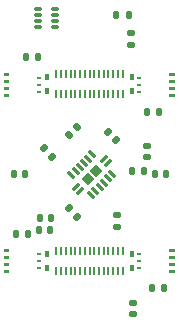
<source format=gbp>
G04 #@! TF.GenerationSoftware,KiCad,Pcbnew,8.0.7-8.0.7-0~ubuntu24.04.1*
G04 #@! TF.CreationDate,2024-12-29T20:55:18-07:00*
G04 #@! TF.ProjectId,ESP32-S3 Hub,45535033-322d-4533-9320-4875622e6b69,V1*
G04 #@! TF.SameCoordinates,Original*
G04 #@! TF.FileFunction,Paste,Bot*
G04 #@! TF.FilePolarity,Positive*
%FSLAX46Y46*%
G04 Gerber Fmt 4.6, Leading zero omitted, Abs format (unit mm)*
G04 Created by KiCad (PCBNEW 8.0.7-8.0.7-0~ubuntu24.04.1) date 2024-12-29 20:55:18*
%MOMM*%
%LPD*%
G01*
G04 APERTURE LIST*
G04 Aperture macros list*
%AMRoundRect*
0 Rectangle with rounded corners*
0 $1 Rounding radius*
0 $2 $3 $4 $5 $6 $7 $8 $9 X,Y pos of 4 corners*
0 Add a 4 corners polygon primitive as box body*
4,1,4,$2,$3,$4,$5,$6,$7,$8,$9,$2,$3,0*
0 Add four circle primitives for the rounded corners*
1,1,$1+$1,$2,$3*
1,1,$1+$1,$4,$5*
1,1,$1+$1,$6,$7*
1,1,$1+$1,$8,$9*
0 Add four rect primitives between the rounded corners*
20,1,$1+$1,$2,$3,$4,$5,0*
20,1,$1+$1,$4,$5,$6,$7,0*
20,1,$1+$1,$6,$7,$8,$9,0*
20,1,$1+$1,$8,$9,$2,$3,0*%
G04 Aperture macros list end*
%ADD10RoundRect,0.135000X-0.226274X-0.035355X-0.035355X-0.226274X0.226274X0.035355X0.035355X0.226274X0*%
%ADD11RoundRect,0.135000X-0.135000X-0.185000X0.135000X-0.185000X0.135000X0.185000X-0.135000X0.185000X0*%
%ADD12RoundRect,0.140000X0.170000X-0.140000X0.170000X0.140000X-0.170000X0.140000X-0.170000X-0.140000X0*%
%ADD13RoundRect,0.202500X-0.286378X0.000000X0.000000X-0.286378X0.286378X0.000000X0.000000X0.286378X0*%
%ADD14RoundRect,0.062500X-0.291682X-0.203293X-0.203293X-0.291682X0.291682X0.203293X0.203293X0.291682X0*%
%ADD15RoundRect,0.062500X-0.291682X0.203293X0.203293X-0.291682X0.291682X-0.203293X-0.203293X0.291682X0*%
%ADD16RoundRect,0.140000X-0.140000X-0.170000X0.140000X-0.170000X0.140000X0.170000X-0.140000X0.170000X0*%
%ADD17RoundRect,0.140000X0.140000X0.170000X-0.140000X0.170000X-0.140000X-0.170000X0.140000X-0.170000X0*%
%ADD18R,0.230000X0.650000*%
%ADD19R,0.450000X0.530000*%
%ADD20RoundRect,0.135000X0.135000X0.185000X-0.135000X0.185000X-0.135000X-0.185000X0.135000X-0.185000X0*%
%ADD21RoundRect,0.135000X-0.035355X0.226274X-0.226274X0.035355X0.035355X-0.226274X0.226274X-0.035355X0*%
%ADD22RoundRect,0.140000X-0.170000X0.140000X-0.170000X-0.140000X0.170000X-0.140000X0.170000X0.140000X0*%
%ADD23RoundRect,0.050000X-0.285000X-0.100000X0.285000X-0.100000X0.285000X0.100000X-0.285000X0.100000X0*%
%ADD24RoundRect,0.135000X0.226274X0.035355X0.035355X0.226274X-0.226274X-0.035355X-0.035355X-0.226274X0*%
G04 APERTURE END LIST*
G04 #@! TO.C,J11*
G36*
X148630000Y-88510000D02*
G01*
X148190000Y-88510000D01*
X148190000Y-88290000D01*
X148630000Y-88290000D01*
X148630000Y-88510000D01*
G37*
G36*
X148630000Y-89110000D02*
G01*
X148190000Y-89110000D01*
X148190000Y-88890000D01*
X148630000Y-88890000D01*
X148630000Y-89110000D01*
G37*
G36*
X148630000Y-89710000D02*
G01*
X148190000Y-89710000D01*
X148190000Y-89490000D01*
X148630000Y-89490000D01*
X148630000Y-89710000D01*
G37*
G36*
X148630000Y-90310000D02*
G01*
X148190000Y-90310000D01*
X148190000Y-90090000D01*
X148630000Y-90090000D01*
X148630000Y-90310000D01*
G37*
G36*
X151340000Y-88810000D02*
G01*
X151000000Y-88810000D01*
X151000000Y-88590000D01*
X151340000Y-88590000D01*
X151340000Y-88810000D01*
G37*
G36*
X151340000Y-89410000D02*
G01*
X151000000Y-89410000D01*
X151000000Y-89190000D01*
X151340000Y-89190000D01*
X151340000Y-89410000D01*
G37*
G36*
X151340000Y-90010000D02*
G01*
X151000000Y-90010000D01*
X151000000Y-89790000D01*
X151340000Y-89790000D01*
X151340000Y-90010000D01*
G37*
G04 #@! TO.C,J8*
G36*
X159460000Y-88590000D02*
G01*
X159800000Y-88590000D01*
X159800000Y-88810000D01*
X159460000Y-88810000D01*
X159460000Y-88590000D01*
G37*
G36*
X159460000Y-89190000D02*
G01*
X159800000Y-89190000D01*
X159800000Y-89410000D01*
X159460000Y-89410000D01*
X159460000Y-89190000D01*
G37*
G36*
X159460000Y-89790000D02*
G01*
X159800000Y-89790000D01*
X159800000Y-90010000D01*
X159460000Y-90010000D01*
X159460000Y-89790000D01*
G37*
G36*
X162170000Y-88290000D02*
G01*
X162610000Y-88290000D01*
X162610000Y-88510000D01*
X162170000Y-88510000D01*
X162170000Y-88290000D01*
G37*
G36*
X162170000Y-88890000D02*
G01*
X162610000Y-88890000D01*
X162610000Y-89110000D01*
X162170000Y-89110000D01*
X162170000Y-88890000D01*
G37*
G36*
X162170000Y-89490000D02*
G01*
X162610000Y-89490000D01*
X162610000Y-89710000D01*
X162170000Y-89710000D01*
X162170000Y-89490000D01*
G37*
G36*
X162170000Y-90090000D02*
G01*
X162610000Y-90090000D01*
X162610000Y-90310000D01*
X162170000Y-90310000D01*
X162170000Y-90090000D01*
G37*
G04 #@! TO.C,J5*
G36*
X148630000Y-103410000D02*
G01*
X148190000Y-103410000D01*
X148190000Y-103190000D01*
X148630000Y-103190000D01*
X148630000Y-103410000D01*
G37*
G36*
X148630000Y-104010000D02*
G01*
X148190000Y-104010000D01*
X148190000Y-103790000D01*
X148630000Y-103790000D01*
X148630000Y-104010000D01*
G37*
G36*
X148630000Y-104610000D02*
G01*
X148190000Y-104610000D01*
X148190000Y-104390000D01*
X148630000Y-104390000D01*
X148630000Y-104610000D01*
G37*
G36*
X148630000Y-105210000D02*
G01*
X148190000Y-105210000D01*
X148190000Y-104990000D01*
X148630000Y-104990000D01*
X148630000Y-105210000D01*
G37*
G36*
X151340000Y-103710000D02*
G01*
X151000000Y-103710000D01*
X151000000Y-103490000D01*
X151340000Y-103490000D01*
X151340000Y-103710000D01*
G37*
G36*
X151340000Y-104310000D02*
G01*
X151000000Y-104310000D01*
X151000000Y-104090000D01*
X151340000Y-104090000D01*
X151340000Y-104310000D01*
G37*
G36*
X151340000Y-104910000D02*
G01*
X151000000Y-104910000D01*
X151000000Y-104690000D01*
X151340000Y-104690000D01*
X151340000Y-104910000D01*
G37*
G04 #@! TO.C,J3*
G36*
X159460000Y-103490000D02*
G01*
X159800000Y-103490000D01*
X159800000Y-103710000D01*
X159460000Y-103710000D01*
X159460000Y-103490000D01*
G37*
G36*
X159460000Y-104090000D02*
G01*
X159800000Y-104090000D01*
X159800000Y-104310000D01*
X159460000Y-104310000D01*
X159460000Y-104090000D01*
G37*
G36*
X159460000Y-104690000D02*
G01*
X159800000Y-104690000D01*
X159800000Y-104910000D01*
X159460000Y-104910000D01*
X159460000Y-104690000D01*
G37*
G36*
X162170000Y-103190000D02*
G01*
X162610000Y-103190000D01*
X162610000Y-103410000D01*
X162170000Y-103410000D01*
X162170000Y-103190000D01*
G37*
G36*
X162170000Y-103790000D02*
G01*
X162610000Y-103790000D01*
X162610000Y-104010000D01*
X162170000Y-104010000D01*
X162170000Y-103790000D01*
G37*
G36*
X162170000Y-104390000D02*
G01*
X162610000Y-104390000D01*
X162610000Y-104610000D01*
X162170000Y-104610000D01*
X162170000Y-104390000D01*
G37*
G36*
X162170000Y-104990000D02*
G01*
X162610000Y-104990000D01*
X162610000Y-105210000D01*
X162170000Y-105210000D01*
X162170000Y-104990000D01*
G37*
G04 #@! TD*
D10*
G04 #@! TO.C,R1*
X153639376Y-99739376D03*
X154360624Y-100460624D03*
G04 #@! TD*
D11*
G04 #@! TO.C,R10*
X157690000Y-83400000D03*
X158710000Y-83400000D03*
G04 #@! TD*
D12*
G04 #@! TO.C,C1*
X158900000Y-85880000D03*
X158900000Y-84920000D03*
G04 #@! TD*
D13*
G04 #@! TO.C,U2*
X155953553Y-96546447D03*
X155246447Y-97253553D03*
D14*
X154229981Y-97916466D03*
D15*
X153876427Y-96944194D03*
X154229981Y-96590641D03*
X154583534Y-96237087D03*
X154937087Y-95883534D03*
X155290641Y-95529981D03*
X155644194Y-95176427D03*
D14*
X156616466Y-95529981D03*
X156970019Y-95883534D03*
D15*
X157323573Y-96855806D03*
X156970019Y-97209359D03*
X156616466Y-97562913D03*
X156262913Y-97916466D03*
X155909359Y-98270019D03*
X155555806Y-98623573D03*
D14*
X154583534Y-98270019D03*
G04 #@! TD*
D16*
G04 #@! TO.C,C9*
X149020000Y-96800000D03*
X149980000Y-96800000D03*
G04 #@! TD*
D17*
G04 #@! TO.C,C2*
X152180000Y-100600000D03*
X151220000Y-100600000D03*
G04 #@! TD*
D10*
G04 #@! TO.C,R3*
X156939376Y-93239376D03*
X157660624Y-93960624D03*
G04 #@! TD*
D18*
G04 #@! TO.C,J14*
X158210000Y-105080000D03*
X158210000Y-103330000D03*
X157810000Y-105080000D03*
X157810000Y-103330000D03*
X157410000Y-105080000D03*
X157410000Y-103330000D03*
X157010000Y-105080000D03*
X157010000Y-103330000D03*
X156610000Y-105080000D03*
X156610000Y-103330000D03*
X156210000Y-105080000D03*
X156210000Y-103330000D03*
X155810000Y-105080000D03*
X155810000Y-103330000D03*
X155410000Y-105080000D03*
X155410000Y-103330000D03*
X155010000Y-105080000D03*
X155010000Y-103330000D03*
X154610000Y-105080000D03*
X154610000Y-103330000D03*
X154210000Y-105080000D03*
X154210000Y-103330000D03*
X153810000Y-105080000D03*
X153810000Y-103330000D03*
X153410000Y-105080000D03*
X153410000Y-103330000D03*
X153010000Y-105080000D03*
X153010000Y-103330000D03*
X152610000Y-105080000D03*
X152610000Y-103330000D03*
D19*
X159010000Y-104770000D03*
X159010000Y-103640000D03*
X151810000Y-104770000D03*
X151810000Y-103640000D03*
G04 #@! TD*
D12*
G04 #@! TO.C,C7*
X160300000Y-95380000D03*
X160300000Y-94420000D03*
G04 #@! TD*
D20*
G04 #@! TO.C,R20*
X151010000Y-86900000D03*
X149990000Y-86900000D03*
G04 #@! TD*
D21*
G04 #@! TO.C,R4*
X154360624Y-92839376D03*
X153639376Y-93560624D03*
G04 #@! TD*
D22*
G04 #@! TO.C,C8*
X157700000Y-100320000D03*
X157700000Y-101280000D03*
G04 #@! TD*
D18*
G04 #@! TO.C,J17*
X158210000Y-90080000D03*
X158210000Y-88330000D03*
X157810000Y-90080000D03*
X157810000Y-88330000D03*
X157410000Y-90080000D03*
X157410000Y-88330000D03*
X157010000Y-90080000D03*
X157010000Y-88330000D03*
X156610000Y-90080000D03*
X156610000Y-88330000D03*
X156210000Y-90080000D03*
X156210000Y-88330000D03*
X155810000Y-90080000D03*
X155810000Y-88330000D03*
X155410000Y-90080000D03*
X155410000Y-88330000D03*
X155010000Y-90080000D03*
X155010000Y-88330000D03*
X154610000Y-90080000D03*
X154610000Y-88330000D03*
X154210000Y-90080000D03*
X154210000Y-88330000D03*
X153810000Y-90080000D03*
X153810000Y-88330000D03*
X153410000Y-90080000D03*
X153410000Y-88330000D03*
X153010000Y-90080000D03*
X153010000Y-88330000D03*
X152610000Y-90080000D03*
X152610000Y-88330000D03*
D19*
X159010000Y-89770000D03*
X159010000Y-88640000D03*
X151810000Y-89770000D03*
X151810000Y-88640000D03*
G04 #@! TD*
D11*
G04 #@! TO.C,R19*
X160290000Y-91600000D03*
X161310000Y-91600000D03*
G04 #@! TD*
D12*
G04 #@! TO.C,C14*
X159100000Y-108680000D03*
X159100000Y-107720000D03*
G04 #@! TD*
D11*
G04 #@! TO.C,R11*
X158990000Y-96600000D03*
X160010000Y-96600000D03*
G04 #@! TD*
D23*
G04 #@! TO.C,U3*
X151010000Y-84350000D03*
X151010000Y-83850000D03*
X151010000Y-83350000D03*
X151010000Y-82850000D03*
X152490000Y-82850000D03*
X152490000Y-83350000D03*
X152490000Y-83850000D03*
X152490000Y-84350000D03*
G04 #@! TD*
D20*
G04 #@! TO.C,R18*
X150210000Y-101900000D03*
X149190000Y-101900000D03*
G04 #@! TD*
D16*
G04 #@! TO.C,C5*
X160920000Y-96800000D03*
X161880000Y-96800000D03*
G04 #@! TD*
D11*
G04 #@! TO.C,R2*
X160700000Y-106500000D03*
X161720000Y-106500000D03*
G04 #@! TD*
D17*
G04 #@! TO.C,C3*
X152080000Y-101600000D03*
X151120000Y-101600000D03*
G04 #@! TD*
D24*
G04 #@! TO.C,R5*
X152260624Y-95360624D03*
X151539376Y-94639376D03*
G04 #@! TD*
M02*

</source>
